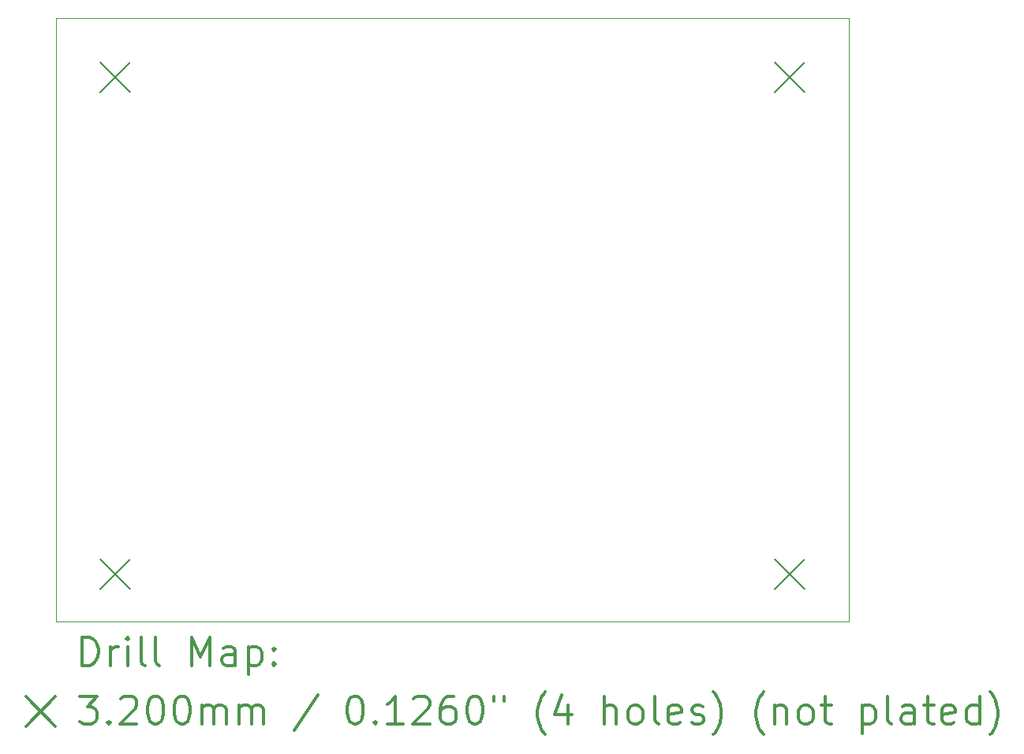
<source format=gbr>
%FSLAX45Y45*%
G04 Gerber Fmt 4.5, Leading zero omitted, Abs format (unit mm)*
G04 Created by KiCad (PCBNEW (5.1.10)-1) date 2021-09-17 19:58:28*
%MOMM*%
%LPD*%
G01*
G04 APERTURE LIST*
%TA.AperFunction,Profile*%
%ADD10C,0.100000*%
%TD*%
%ADD11C,0.200000*%
%ADD12C,0.300000*%
G04 APERTURE END LIST*
D10*
X11684000Y-1778000D02*
X11684000Y-8255000D01*
X3175000Y-1778000D02*
X11684000Y-1778000D01*
X3175000Y-8255000D02*
X3175000Y-1778000D01*
X11684000Y-8255000D02*
X3175000Y-8255000D01*
D11*
X3650000Y-2253000D02*
X3970000Y-2573000D01*
X3970000Y-2253000D02*
X3650000Y-2573000D01*
X3650000Y-7587000D02*
X3970000Y-7907000D01*
X3970000Y-7587000D02*
X3650000Y-7907000D01*
X10889000Y-2253000D02*
X11209000Y-2573000D01*
X11209000Y-2253000D02*
X10889000Y-2573000D01*
X10889000Y-7587000D02*
X11209000Y-7907000D01*
X11209000Y-7587000D02*
X10889000Y-7907000D01*
D12*
X3456428Y-8725714D02*
X3456428Y-8425714D01*
X3527857Y-8425714D01*
X3570714Y-8440000D01*
X3599286Y-8468572D01*
X3613571Y-8497143D01*
X3627857Y-8554286D01*
X3627857Y-8597143D01*
X3613571Y-8654286D01*
X3599286Y-8682857D01*
X3570714Y-8711429D01*
X3527857Y-8725714D01*
X3456428Y-8725714D01*
X3756428Y-8725714D02*
X3756428Y-8525714D01*
X3756428Y-8582857D02*
X3770714Y-8554286D01*
X3785000Y-8540000D01*
X3813571Y-8525714D01*
X3842143Y-8525714D01*
X3942143Y-8725714D02*
X3942143Y-8525714D01*
X3942143Y-8425714D02*
X3927857Y-8440000D01*
X3942143Y-8454286D01*
X3956428Y-8440000D01*
X3942143Y-8425714D01*
X3942143Y-8454286D01*
X4127857Y-8725714D02*
X4099286Y-8711429D01*
X4085000Y-8682857D01*
X4085000Y-8425714D01*
X4285000Y-8725714D02*
X4256428Y-8711429D01*
X4242143Y-8682857D01*
X4242143Y-8425714D01*
X4627857Y-8725714D02*
X4627857Y-8425714D01*
X4727857Y-8640000D01*
X4827857Y-8425714D01*
X4827857Y-8725714D01*
X5099286Y-8725714D02*
X5099286Y-8568572D01*
X5085000Y-8540000D01*
X5056428Y-8525714D01*
X4999286Y-8525714D01*
X4970714Y-8540000D01*
X5099286Y-8711429D02*
X5070714Y-8725714D01*
X4999286Y-8725714D01*
X4970714Y-8711429D01*
X4956428Y-8682857D01*
X4956428Y-8654286D01*
X4970714Y-8625714D01*
X4999286Y-8611429D01*
X5070714Y-8611429D01*
X5099286Y-8597143D01*
X5242143Y-8525714D02*
X5242143Y-8825714D01*
X5242143Y-8540000D02*
X5270714Y-8525714D01*
X5327857Y-8525714D01*
X5356428Y-8540000D01*
X5370714Y-8554286D01*
X5385000Y-8582857D01*
X5385000Y-8668572D01*
X5370714Y-8697143D01*
X5356428Y-8711429D01*
X5327857Y-8725714D01*
X5270714Y-8725714D01*
X5242143Y-8711429D01*
X5513571Y-8697143D02*
X5527857Y-8711429D01*
X5513571Y-8725714D01*
X5499286Y-8711429D01*
X5513571Y-8697143D01*
X5513571Y-8725714D01*
X5513571Y-8540000D02*
X5527857Y-8554286D01*
X5513571Y-8568572D01*
X5499286Y-8554286D01*
X5513571Y-8540000D01*
X5513571Y-8568572D01*
X2850000Y-9060000D02*
X3170000Y-9380000D01*
X3170000Y-9060000D02*
X2850000Y-9380000D01*
X3427857Y-9055714D02*
X3613571Y-9055714D01*
X3513571Y-9170000D01*
X3556428Y-9170000D01*
X3585000Y-9184286D01*
X3599286Y-9198572D01*
X3613571Y-9227143D01*
X3613571Y-9298572D01*
X3599286Y-9327143D01*
X3585000Y-9341429D01*
X3556428Y-9355714D01*
X3470714Y-9355714D01*
X3442143Y-9341429D01*
X3427857Y-9327143D01*
X3742143Y-9327143D02*
X3756428Y-9341429D01*
X3742143Y-9355714D01*
X3727857Y-9341429D01*
X3742143Y-9327143D01*
X3742143Y-9355714D01*
X3870714Y-9084286D02*
X3885000Y-9070000D01*
X3913571Y-9055714D01*
X3985000Y-9055714D01*
X4013571Y-9070000D01*
X4027857Y-9084286D01*
X4042143Y-9112857D01*
X4042143Y-9141429D01*
X4027857Y-9184286D01*
X3856428Y-9355714D01*
X4042143Y-9355714D01*
X4227857Y-9055714D02*
X4256428Y-9055714D01*
X4285000Y-9070000D01*
X4299286Y-9084286D01*
X4313571Y-9112857D01*
X4327857Y-9170000D01*
X4327857Y-9241429D01*
X4313571Y-9298572D01*
X4299286Y-9327143D01*
X4285000Y-9341429D01*
X4256428Y-9355714D01*
X4227857Y-9355714D01*
X4199286Y-9341429D01*
X4185000Y-9327143D01*
X4170714Y-9298572D01*
X4156428Y-9241429D01*
X4156428Y-9170000D01*
X4170714Y-9112857D01*
X4185000Y-9084286D01*
X4199286Y-9070000D01*
X4227857Y-9055714D01*
X4513571Y-9055714D02*
X4542143Y-9055714D01*
X4570714Y-9070000D01*
X4585000Y-9084286D01*
X4599286Y-9112857D01*
X4613571Y-9170000D01*
X4613571Y-9241429D01*
X4599286Y-9298572D01*
X4585000Y-9327143D01*
X4570714Y-9341429D01*
X4542143Y-9355714D01*
X4513571Y-9355714D01*
X4485000Y-9341429D01*
X4470714Y-9327143D01*
X4456428Y-9298572D01*
X4442143Y-9241429D01*
X4442143Y-9170000D01*
X4456428Y-9112857D01*
X4470714Y-9084286D01*
X4485000Y-9070000D01*
X4513571Y-9055714D01*
X4742143Y-9355714D02*
X4742143Y-9155714D01*
X4742143Y-9184286D02*
X4756428Y-9170000D01*
X4785000Y-9155714D01*
X4827857Y-9155714D01*
X4856428Y-9170000D01*
X4870714Y-9198572D01*
X4870714Y-9355714D01*
X4870714Y-9198572D02*
X4885000Y-9170000D01*
X4913571Y-9155714D01*
X4956428Y-9155714D01*
X4985000Y-9170000D01*
X4999286Y-9198572D01*
X4999286Y-9355714D01*
X5142143Y-9355714D02*
X5142143Y-9155714D01*
X5142143Y-9184286D02*
X5156428Y-9170000D01*
X5185000Y-9155714D01*
X5227857Y-9155714D01*
X5256428Y-9170000D01*
X5270714Y-9198572D01*
X5270714Y-9355714D01*
X5270714Y-9198572D02*
X5285000Y-9170000D01*
X5313571Y-9155714D01*
X5356428Y-9155714D01*
X5385000Y-9170000D01*
X5399286Y-9198572D01*
X5399286Y-9355714D01*
X5985000Y-9041429D02*
X5727857Y-9427143D01*
X6370714Y-9055714D02*
X6399286Y-9055714D01*
X6427857Y-9070000D01*
X6442143Y-9084286D01*
X6456428Y-9112857D01*
X6470714Y-9170000D01*
X6470714Y-9241429D01*
X6456428Y-9298572D01*
X6442143Y-9327143D01*
X6427857Y-9341429D01*
X6399286Y-9355714D01*
X6370714Y-9355714D01*
X6342143Y-9341429D01*
X6327857Y-9327143D01*
X6313571Y-9298572D01*
X6299286Y-9241429D01*
X6299286Y-9170000D01*
X6313571Y-9112857D01*
X6327857Y-9084286D01*
X6342143Y-9070000D01*
X6370714Y-9055714D01*
X6599286Y-9327143D02*
X6613571Y-9341429D01*
X6599286Y-9355714D01*
X6585000Y-9341429D01*
X6599286Y-9327143D01*
X6599286Y-9355714D01*
X6899286Y-9355714D02*
X6727857Y-9355714D01*
X6813571Y-9355714D02*
X6813571Y-9055714D01*
X6785000Y-9098572D01*
X6756428Y-9127143D01*
X6727857Y-9141429D01*
X7013571Y-9084286D02*
X7027857Y-9070000D01*
X7056428Y-9055714D01*
X7127857Y-9055714D01*
X7156428Y-9070000D01*
X7170714Y-9084286D01*
X7185000Y-9112857D01*
X7185000Y-9141429D01*
X7170714Y-9184286D01*
X6999286Y-9355714D01*
X7185000Y-9355714D01*
X7442143Y-9055714D02*
X7385000Y-9055714D01*
X7356428Y-9070000D01*
X7342143Y-9084286D01*
X7313571Y-9127143D01*
X7299286Y-9184286D01*
X7299286Y-9298572D01*
X7313571Y-9327143D01*
X7327857Y-9341429D01*
X7356428Y-9355714D01*
X7413571Y-9355714D01*
X7442143Y-9341429D01*
X7456428Y-9327143D01*
X7470714Y-9298572D01*
X7470714Y-9227143D01*
X7456428Y-9198572D01*
X7442143Y-9184286D01*
X7413571Y-9170000D01*
X7356428Y-9170000D01*
X7327857Y-9184286D01*
X7313571Y-9198572D01*
X7299286Y-9227143D01*
X7656428Y-9055714D02*
X7685000Y-9055714D01*
X7713571Y-9070000D01*
X7727857Y-9084286D01*
X7742143Y-9112857D01*
X7756428Y-9170000D01*
X7756428Y-9241429D01*
X7742143Y-9298572D01*
X7727857Y-9327143D01*
X7713571Y-9341429D01*
X7685000Y-9355714D01*
X7656428Y-9355714D01*
X7627857Y-9341429D01*
X7613571Y-9327143D01*
X7599286Y-9298572D01*
X7585000Y-9241429D01*
X7585000Y-9170000D01*
X7599286Y-9112857D01*
X7613571Y-9084286D01*
X7627857Y-9070000D01*
X7656428Y-9055714D01*
X7870714Y-9055714D02*
X7870714Y-9112857D01*
X7985000Y-9055714D02*
X7985000Y-9112857D01*
X8427857Y-9470000D02*
X8413571Y-9455714D01*
X8385000Y-9412857D01*
X8370714Y-9384286D01*
X8356428Y-9341429D01*
X8342143Y-9270000D01*
X8342143Y-9212857D01*
X8356428Y-9141429D01*
X8370714Y-9098572D01*
X8385000Y-9070000D01*
X8413571Y-9027143D01*
X8427857Y-9012857D01*
X8670714Y-9155714D02*
X8670714Y-9355714D01*
X8599286Y-9041429D02*
X8527857Y-9255714D01*
X8713571Y-9255714D01*
X9056428Y-9355714D02*
X9056428Y-9055714D01*
X9185000Y-9355714D02*
X9185000Y-9198572D01*
X9170714Y-9170000D01*
X9142143Y-9155714D01*
X9099286Y-9155714D01*
X9070714Y-9170000D01*
X9056428Y-9184286D01*
X9370714Y-9355714D02*
X9342143Y-9341429D01*
X9327857Y-9327143D01*
X9313571Y-9298572D01*
X9313571Y-9212857D01*
X9327857Y-9184286D01*
X9342143Y-9170000D01*
X9370714Y-9155714D01*
X9413571Y-9155714D01*
X9442143Y-9170000D01*
X9456428Y-9184286D01*
X9470714Y-9212857D01*
X9470714Y-9298572D01*
X9456428Y-9327143D01*
X9442143Y-9341429D01*
X9413571Y-9355714D01*
X9370714Y-9355714D01*
X9642143Y-9355714D02*
X9613571Y-9341429D01*
X9599286Y-9312857D01*
X9599286Y-9055714D01*
X9870714Y-9341429D02*
X9842143Y-9355714D01*
X9785000Y-9355714D01*
X9756428Y-9341429D01*
X9742143Y-9312857D01*
X9742143Y-9198572D01*
X9756428Y-9170000D01*
X9785000Y-9155714D01*
X9842143Y-9155714D01*
X9870714Y-9170000D01*
X9885000Y-9198572D01*
X9885000Y-9227143D01*
X9742143Y-9255714D01*
X9999286Y-9341429D02*
X10027857Y-9355714D01*
X10085000Y-9355714D01*
X10113571Y-9341429D01*
X10127857Y-9312857D01*
X10127857Y-9298572D01*
X10113571Y-9270000D01*
X10085000Y-9255714D01*
X10042143Y-9255714D01*
X10013571Y-9241429D01*
X9999286Y-9212857D01*
X9999286Y-9198572D01*
X10013571Y-9170000D01*
X10042143Y-9155714D01*
X10085000Y-9155714D01*
X10113571Y-9170000D01*
X10227857Y-9470000D02*
X10242143Y-9455714D01*
X10270714Y-9412857D01*
X10285000Y-9384286D01*
X10299286Y-9341429D01*
X10313571Y-9270000D01*
X10313571Y-9212857D01*
X10299286Y-9141429D01*
X10285000Y-9098572D01*
X10270714Y-9070000D01*
X10242143Y-9027143D01*
X10227857Y-9012857D01*
X10770714Y-9470000D02*
X10756428Y-9455714D01*
X10727857Y-9412857D01*
X10713571Y-9384286D01*
X10699286Y-9341429D01*
X10685000Y-9270000D01*
X10685000Y-9212857D01*
X10699286Y-9141429D01*
X10713571Y-9098572D01*
X10727857Y-9070000D01*
X10756428Y-9027143D01*
X10770714Y-9012857D01*
X10885000Y-9155714D02*
X10885000Y-9355714D01*
X10885000Y-9184286D02*
X10899286Y-9170000D01*
X10927857Y-9155714D01*
X10970714Y-9155714D01*
X10999286Y-9170000D01*
X11013571Y-9198572D01*
X11013571Y-9355714D01*
X11199286Y-9355714D02*
X11170714Y-9341429D01*
X11156428Y-9327143D01*
X11142143Y-9298572D01*
X11142143Y-9212857D01*
X11156428Y-9184286D01*
X11170714Y-9170000D01*
X11199286Y-9155714D01*
X11242143Y-9155714D01*
X11270714Y-9170000D01*
X11285000Y-9184286D01*
X11299286Y-9212857D01*
X11299286Y-9298572D01*
X11285000Y-9327143D01*
X11270714Y-9341429D01*
X11242143Y-9355714D01*
X11199286Y-9355714D01*
X11385000Y-9155714D02*
X11499286Y-9155714D01*
X11427857Y-9055714D02*
X11427857Y-9312857D01*
X11442143Y-9341429D01*
X11470714Y-9355714D01*
X11499286Y-9355714D01*
X11827857Y-9155714D02*
X11827857Y-9455714D01*
X11827857Y-9170000D02*
X11856428Y-9155714D01*
X11913571Y-9155714D01*
X11942143Y-9170000D01*
X11956428Y-9184286D01*
X11970714Y-9212857D01*
X11970714Y-9298572D01*
X11956428Y-9327143D01*
X11942143Y-9341429D01*
X11913571Y-9355714D01*
X11856428Y-9355714D01*
X11827857Y-9341429D01*
X12142143Y-9355714D02*
X12113571Y-9341429D01*
X12099286Y-9312857D01*
X12099286Y-9055714D01*
X12385000Y-9355714D02*
X12385000Y-9198572D01*
X12370714Y-9170000D01*
X12342143Y-9155714D01*
X12285000Y-9155714D01*
X12256428Y-9170000D01*
X12385000Y-9341429D02*
X12356428Y-9355714D01*
X12285000Y-9355714D01*
X12256428Y-9341429D01*
X12242143Y-9312857D01*
X12242143Y-9284286D01*
X12256428Y-9255714D01*
X12285000Y-9241429D01*
X12356428Y-9241429D01*
X12385000Y-9227143D01*
X12485000Y-9155714D02*
X12599286Y-9155714D01*
X12527857Y-9055714D02*
X12527857Y-9312857D01*
X12542143Y-9341429D01*
X12570714Y-9355714D01*
X12599286Y-9355714D01*
X12813571Y-9341429D02*
X12785000Y-9355714D01*
X12727857Y-9355714D01*
X12699286Y-9341429D01*
X12685000Y-9312857D01*
X12685000Y-9198572D01*
X12699286Y-9170000D01*
X12727857Y-9155714D01*
X12785000Y-9155714D01*
X12813571Y-9170000D01*
X12827857Y-9198572D01*
X12827857Y-9227143D01*
X12685000Y-9255714D01*
X13085000Y-9355714D02*
X13085000Y-9055714D01*
X13085000Y-9341429D02*
X13056428Y-9355714D01*
X12999286Y-9355714D01*
X12970714Y-9341429D01*
X12956428Y-9327143D01*
X12942143Y-9298572D01*
X12942143Y-9212857D01*
X12956428Y-9184286D01*
X12970714Y-9170000D01*
X12999286Y-9155714D01*
X13056428Y-9155714D01*
X13085000Y-9170000D01*
X13199286Y-9470000D02*
X13213571Y-9455714D01*
X13242143Y-9412857D01*
X13256428Y-9384286D01*
X13270714Y-9341429D01*
X13285000Y-9270000D01*
X13285000Y-9212857D01*
X13270714Y-9141429D01*
X13256428Y-9098572D01*
X13242143Y-9070000D01*
X13213571Y-9027143D01*
X13199286Y-9012857D01*
M02*

</source>
